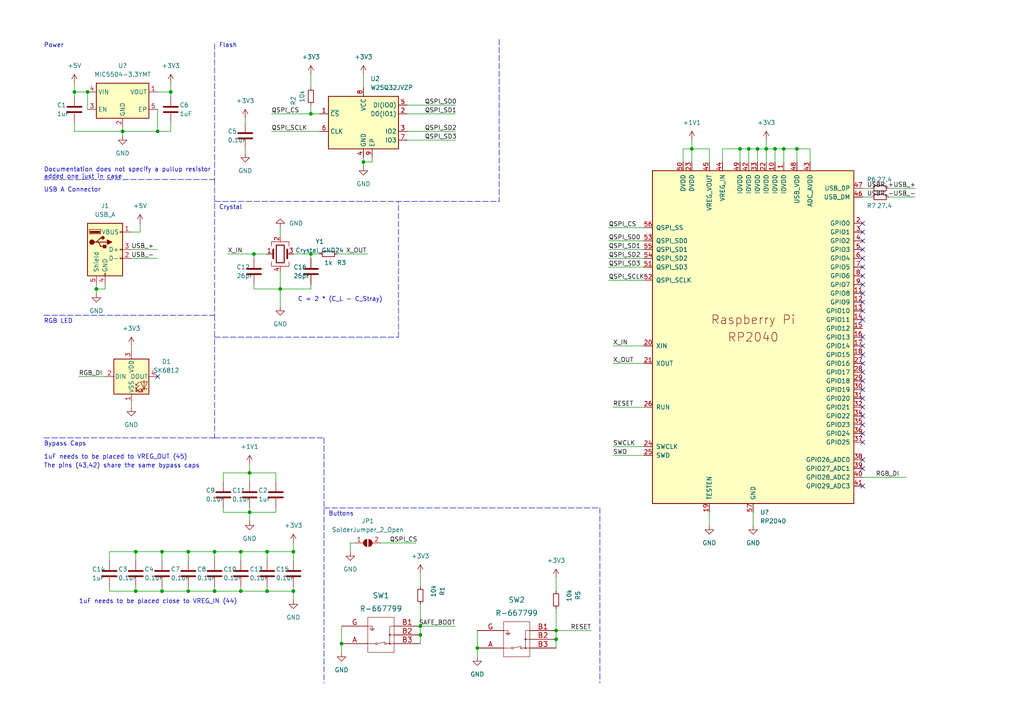
<source format=kicad_sch>
(kicad_sch (version 20211123) (generator eeschema)
  (paper "A4")
  (lib_symbols
    (symbol "2022-04-30_19-21-11:R-667799" (pin_names (offset 0.254) hide)
      (property "Reference" "SW" (at 11.43 7.62 0))
      (property "Value" "R-667799" (at 11.43 5.08 0))
      (symbol "R-667799_1_1"
        (polyline (pts (xy 7.62 -7.62) (xy 15.24 -7.62)) (stroke (width 0.127)))
        (polyline (pts (xy 7.62 0) (xy 8.89 0)) (stroke (width 0.127)))
        (polyline (pts (xy 7.62 2.54) (xy 7.62 -7.62)) (stroke (width 0.127)))
        (polyline (pts (xy 8.382 -1.016) (xy 9.398 -1.016)) (stroke (width 0.127)))
        (polyline (pts (xy 8.636 -1.27) (xy 9.144 -1.27)) (stroke (width 0.127)))
        (polyline (pts (xy 8.89 0) (xy 8.89 -0.762)) (stroke (width 0.127)))
        (polyline (pts (xy 9.652 -0.762) (xy 8.128 -0.762)) (stroke (width 0.127)))
        (polyline (pts (xy 9.906 -5.08) (xy 7.62 -5.08)) (stroke (width 0.127)))
        (polyline (pts (xy 10.414 -5.08) (xy 12.7 -4.572)) (stroke (width 0.127)))
        (polyline (pts (xy 12.954 -5.08) (xy 15.24 -5.08)) (stroke (width 0.127)))
        (polyline (pts (xy 13.97 -5.08) (xy 13.97 0)) (stroke (width 0.127)))
        (polyline (pts (xy 13.97 -2.54) (xy 15.24 -2.54)) (stroke (width 0.127)))
        (polyline (pts (xy 13.97 0) (xy 15.24 0)) (stroke (width 0.127)))
        (polyline (pts (xy 15.24 -7.62) (xy 15.24 2.54)) (stroke (width 0.127)))
        (polyline (pts (xy 15.24 2.54) (xy 7.62 2.54)) (stroke (width 0.127)))
        (arc (start 10.16 -5.334) (mid 10.16 -4.826) (end 10.16 -5.334) (stroke (width 0.127)))
        (circle (center 10.16 -5.08) (radius 0.254) (stroke (width 0.127)))
        (arc (start 12.7 -5.334) (mid 12.7 -4.826) (end 12.7 -5.334) (stroke (width 0.127)))
        (circle (center 12.7 -5.08) (radius 0.254) (stroke (width 0.127)))
        (arc (start 13.97 -5.207) (mid 13.97 -4.953) (end 13.97 -5.207) (stroke (width 0.254)))
        (circle (center 13.97 -5.08) (radius 0.127) (stroke (width 0.254)))
        (arc (start 13.97 -2.667) (mid 13.97 -2.413) (end 13.97 -2.667) (stroke (width 0.254)))
        (circle (center 13.97 -2.54) (radius 0.127) (stroke (width 0.254)))
        (pin unspecified line (at 0 -5.08 0) (length 7.62) (name "A") (number "A"))
        (pin unspecified line (at 22.86 0 180) (length 7.62) (name "B1") (number "B1"))
        (pin unspecified line (at 22.86 -2.54 180) (length 7.62) (name "B2") (number "B2"))
        (pin unspecified line (at 22.86 -5.08 180) (length 7.62) (name "B3") (number "B3"))
        (pin unspecified line (at 0 0 0) (length 7.62) (name "G") (number "G"))
      )
    )
    (symbol "Connector:USB_A" (pin_names (offset 1.016))
      (property "Reference" "J" (at -5.08 11.43 0))
      (property "Value" "USB_A" (at -5.08 8.89 0))
      (symbol "USB_A_0_1"
        (rectangle (start -5.08 -7.62) (end 5.08 7.62) (stroke (width 0.254)) (fill (type background)))
        (circle (center -3.81 2.159) (radius 0.635) (stroke (width 0.254)) (fill (type outline)))
        (rectangle (start -1.524 4.826) (end -4.318 5.334) (fill (type outline)))
        (rectangle (start -1.27 4.572) (end -4.572 5.842))
        (circle (center -0.635 3.429) (radius 0.381) (stroke (width 0.254)) (fill (type outline)))
        (rectangle (start -0.127 -7.62) (end 0.127 -6.858))
        (polyline (pts (xy -3.175 2.159) (xy -2.54 2.159) (xy -1.27 3.429) (xy -0.635 3.429)) (stroke (width 0.254)))
        (polyline (pts (xy -2.54 2.159) (xy -1.905 2.159) (xy -1.27 0.889) (xy 0 0.889)) (stroke (width 0.254)))
        (polyline (pts (xy 0.635 2.794) (xy 0.635 1.524) (xy 1.905 2.159) (xy 0.635 2.794)) (stroke (width 0.254)) (fill (type outline)))
        (rectangle (start 0.254 1.27) (end -0.508 0.508) (stroke (width 0.254)) (fill (type outline)))
        (rectangle (start 5.08 -2.667) (end 4.318 -2.413))
        (rectangle (start 5.08 -0.127) (end 4.318 0.127))
        (rectangle (start 5.08 4.953) (end 4.318 5.207))
      )
      (symbol "USB_A_1_1"
        (polyline (pts (xy -1.905 2.159) (xy 0.635 2.159)) (stroke (width 0.254)))
        (pin power_in line (at 7.62 5.08 180) (length 2.54) (name "VBUS") (number "1"))
        (pin bidirectional line (at 7.62 -2.54 180) (length 2.54) (name "D-") (number "2"))
        (pin bidirectional line (at 7.62 0 180) (length 2.54) (name "D+") (number "3"))
        (pin power_in line (at 0 -10.16 90) (length 2.54) (name "GND") (number "4"))
        (pin passive line (at -2.54 -10.16 90) (length 2.54) (name "Shield") (number "5"))
      )
    )
    (symbol "Device:C" (pin_numbers hide) (pin_names (offset 0.254))
      (property "Reference" "C" (at 0.635 2.54 0))
      (property "Value" "C" (at 0.635 -2.54 0))
      (symbol "C_0_1"
        (polyline (pts (xy -2.032 -0.762) (xy 2.032 -0.762)) (stroke (width 0.508)))
        (polyline (pts (xy -2.032 0.762) (xy 2.032 0.762)) (stroke (width 0.508)))
      )
      (symbol "C_1_1"
        (pin passive line (at 0 3.81 270) (length 2.794) (name "~") (number "1"))
        (pin passive line (at 0 -3.81 90) (length 2.794) (name "~") (number "2"))
      )
    )
    (symbol "Device:Crystal_GND24" (pin_names (offset 1.016) hide)
      (property "Reference" "Y" (at 3.175 5.08 0))
      (property "Value" "Crystal_GND24" (at 3.175 3.175 0))
      (symbol "Crystal_GND24_0_1"
        (rectangle (start -1.143 2.54) (end 1.143 -2.54) (stroke (width 0.3048)))
        (polyline (pts (xy -2.54 0) (xy -2.032 0)))
        (polyline (pts (xy -2.032 -1.27) (xy -2.032 1.27)) (stroke (width 0.508)))
        (polyline (pts (xy 0 -3.81) (xy 0 -3.556)))
        (polyline (pts (xy 0 3.556) (xy 0 3.81)))
        (polyline (pts (xy 2.032 -1.27) (xy 2.032 1.27)) (stroke (width 0.508)))
        (polyline (pts (xy 2.032 0) (xy 2.54 0)))
        (polyline (pts (xy -2.54 -2.286) (xy -2.54 -3.556) (xy 2.54 -3.556) (xy 2.54 -2.286)))
        (polyline (pts (xy -2.54 2.286) (xy -2.54 3.556) (xy 2.54 3.556) (xy 2.54 2.286)))
      )
      (symbol "Crystal_GND24_1_1"
        (pin passive line (at -3.81 0 0) (length 1.27) (name "1") (number "1"))
        (pin passive line (at 0 5.08 270) (length 1.27) (name "2") (number "2"))
        (pin passive line (at 3.81 0 180) (length 1.27) (name "3") (number "3"))
        (pin passive line (at 0 -5.08 90) (length 1.27) (name "4") (number "4"))
      )
    )
    (symbol "Device:R_Small" (pin_numbers hide) (pin_names (offset 0.254) hide)
      (property "Reference" "R" (at 0.762 0.508 0))
      (property "Value" "R_Small" (at 0.762 -1.016 0))
      (symbol "R_Small_0_1"
        (rectangle (start -0.762 1.778) (end 0.762 -1.778) (stroke (width 0.2032)))
      )
      (symbol "R_Small_1_1"
        (pin passive line (at 0 2.54 270) (length 0.762) (name "~") (number "1"))
        (pin passive line (at 0 -2.54 90) (length 0.762) (name "~") (number "2"))
      )
    )
    (symbol "Jumper:SolderJumper_2_Open" (pin_names (offset 0) hide)
      (property "Reference" "JP" (at 0 2.032 0))
      (property "Value" "SolderJumper_2_Open" (at 0 -2.54 0))
      (symbol "SolderJumper_2_Open_0_1"
        (arc (start -0.254 1.016) (mid -1.27 0) (end -0.254 -1.016))
        (arc (start -0.254 1.016) (mid -1.27 0) (end -0.254 -1.016) (fill (type outline)))
        (polyline (pts (xy -0.254 1.016) (xy -0.254 -1.016)))
        (polyline (pts (xy 0.254 1.016) (xy 0.254 -1.016)))
        (arc (start 0.254 -1.016) (mid 1.27 0) (end 0.254 1.016))
        (arc (start 0.254 -1.016) (mid 1.27 0) (end 0.254 1.016) (fill (type outline)))
      )
      (symbol "SolderJumper_2_Open_1_1"
        (pin passive line (at -3.81 0 0) (length 2.54) (name "A") (number "1"))
        (pin passive line (at 3.81 0 180) (length 2.54) (name "B") (number "2"))
      )
    )
    (symbol "LED:SK6812" (pin_names (offset 0.254))
      (property "Reference" "D" (at 5.08 5.715 0))
      (property "Value" "SK6812" (at 1.27 -5.715 0))
      (symbol "SK6812_0_0"
        (text "RGB" (at 2.286 -4.191 0) (effects (font (size 0.762 0.762))))
      )
      (symbol "SK6812_0_1"
        (polyline (pts (xy 1.27 -3.556) (xy 1.778 -3.556)))
        (polyline (pts (xy 1.27 -2.54) (xy 1.778 -2.54)))
        (polyline (pts (xy 4.699 -3.556) (xy 2.667 -3.556)))
        (polyline (pts (xy 2.286 -2.54) (xy 1.27 -3.556) (xy 1.27 -3.048)))
        (polyline (pts (xy 2.286 -1.524) (xy 1.27 -2.54) (xy 1.27 -2.032)))
        (polyline (pts (xy 3.683 -1.016) (xy 3.683 -3.556) (xy 3.683 -4.064)))
        (polyline (pts (xy 4.699 -1.524) (xy 2.667 -1.524) (xy 3.683 -3.556) (xy 4.699 -1.524)))
        (rectangle (start 5.08 5.08) (end -5.08 -5.08) (stroke (width 0.254)) (fill (type background)))
      )
      (symbol "SK6812_1_1"
        (pin power_in line (at 0 -7.62 90) (length 2.54) (name "VSS") (number "1"))
        (pin input line (at -7.62 0 0) (length 2.54) (name "DIN") (number "2"))
        (pin power_in line (at 0 7.62 270) (length 2.54) (name "VDD") (number "3"))
        (pin output line (at 7.62 0 180) (length 2.54) (name "DOUT") (number "4"))
      )
    )
    (symbol "MCU_RaspberryPi_RP2040:RP2040" (pin_names (offset 1.016))
      (property "Reference" "U" (at -29.21 49.53 0))
      (property "Value" "RP2040" (at 24.13 -49.53 0))
      (symbol "RP2040_0_0"
        (text "Raspberry Pi" (at 0 5.08 0) (effects (font (size 2.54 2.54))))
        (text "RP2040" (at 0 0 0) (effects (font (size 2.54 2.54))))
      )
      (symbol "RP2040_0_1"
        (rectangle (start 29.21 48.26) (end -29.21 -48.26) (stroke (width 0.254)) (fill (type background)))
      )
      (symbol "RP2040_1_1"
        (pin power_in line (at 8.89 50.8 270) (length 2.54) (name "IOVDD") (number "1"))
        (pin power_in line (at 6.35 50.8 270) (length 2.54) (name "IOVDD") (number "10"))
        (pin bidirectional line (at 31.75 12.7 180) (length 2.54) (name "GPIO8") (number "11"))
        (pin bidirectional line (at 31.75 10.16 180) (length 2.54) (name "GPIO9") (number "12"))
        (pin bidirectional line (at 31.75 7.62 180) (length 2.54) (name "GPIO10") (number "13"))
        (pin bidirectional line (at 31.75 5.08 180) (length 2.54) (name "GPIO11") (number "14"))
        (pin bidirectional line (at 31.75 2.54 180) (length 2.54) (name "GPIO12") (number "15"))
        (pin bidirectional line (at 31.75 0 180) (length 2.54) (name "GPIO13") (number "16"))
        (pin bidirectional line (at 31.75 -2.54 180) (length 2.54) (name "GPIO14") (number "17"))
        (pin bidirectional line (at 31.75 -5.08 180) (length 2.54) (name "GPIO15") (number "18"))
        (pin passive line (at -12.7 -50.8 90) (length 2.54) (name "TESTEN") (number "19"))
        (pin bidirectional line (at 31.75 33.02 180) (length 2.54) (name "GPIO0") (number "2"))
        (pin input line (at -31.75 -2.54 0) (length 2.54) (name "XIN") (number "20"))
        (pin passive line (at -31.75 -7.62 0) (length 2.54) (name "XOUT") (number "21"))
        (pin power_in line (at 3.81 50.8 270) (length 2.54) (name "IOVDD") (number "22"))
        (pin power_in line (at -17.78 50.8 270) (length 2.54) (name "DVDD") (number "23"))
        (pin output line (at -31.75 -31.75 0) (length 2.54) (name "SWCLK") (number "24"))
        (pin bidirectional line (at -31.75 -34.29 0) (length 2.54) (name "SWD") (number "25"))
        (pin input line (at -31.75 -20.32 0) (length 2.54) (name "RUN") (number "26"))
        (pin bidirectional line (at 31.75 -7.62 180) (length 2.54) (name "GPIO16") (number "27"))
        (pin bidirectional line (at 31.75 -10.16 180) (length 2.54) (name "GPIO17") (number "28"))
        (pin bidirectional line (at 31.75 -12.7 180) (length 2.54) (name "GPIO18") (number "29"))
        (pin bidirectional line (at 31.75 30.48 180) (length 2.54) (name "GPIO1") (number "3"))
        (pin bidirectional line (at 31.75 -15.24 180) (length 2.54) (name "GPIO19") (number "30"))
        (pin bidirectional line (at 31.75 -17.78 180) (length 2.54) (name "GPIO20") (number "31"))
        (pin bidirectional line (at 31.75 -20.32 180) (length 2.54) (name "GPIO21") (number "32"))
        (pin power_in line (at 1.27 50.8 270) (length 2.54) (name "IOVDD") (number "33"))
        (pin bidirectional line (at 31.75 -22.86 180) (length 2.54) (name "GPIO22") (number "34"))
        (pin bidirectional line (at 31.75 -25.4 180) (length 2.54) (name "GPIO23") (number "35"))
        (pin bidirectional line (at 31.75 -27.94 180) (length 2.54) (name "GPIO24") (number "36"))
        (pin bidirectional line (at 31.75 -30.48 180) (length 2.54) (name "GPIO25") (number "37"))
        (pin bidirectional line (at 31.75 -35.56 180) (length 2.54) (name "GPIO26_ADC0") (number "38"))
        (pin bidirectional line (at 31.75 -38.1 180) (length 2.54) (name "GPIO27_ADC1") (number "39"))
        (pin bidirectional line (at 31.75 27.94 180) (length 2.54) (name "GPIO2") (number "4"))
        (pin bidirectional line (at 31.75 -40.64 180) (length 2.54) (name "GPIO28_ADC2") (number "40"))
        (pin bidirectional line (at 31.75 -43.18 180) (length 2.54) (name "GPIO29_ADC3") (number "41"))
        (pin power_in line (at -1.27 50.8 270) (length 2.54) (name "IOVDD") (number "42"))
        (pin power_in line (at 16.51 50.8 270) (length 2.54) (name "ADC_AVDD") (number "43"))
        (pin power_in line (at -8.89 50.8 270) (length 2.54) (name "VREG_IN") (number "44"))
        (pin power_out line (at -12.7 50.8 270) (length 2.54) (name "VREG_VOUT") (number "45"))
        (pin bidirectional line (at 31.75 40.64 180) (length 2.54) (name "USB_DM") (number "46"))
        (pin bidirectional line (at 31.75 43.18 180) (length 2.54) (name "USB_DP") (number "47"))
        (pin power_in line (at 12.7 50.8 270) (length 2.54) (name "USB_VDD") (number "48"))
        (pin power_in line (at -3.81 50.8 270) (length 2.54) (name "IOVDD") (number "49"))
        (pin bidirectional line (at 31.75 25.4 180) (length 2.54) (name "GPIO3") (number "5"))
        (pin power_in line (at -20.32 50.8 270) (length 2.54) (name "DVDD") (number "50"))
        (pin bidirectional line (at -31.75 20.32 0) (length 2.54) (name "QSPI_SD3") (number "51"))
        (pin output line (at -31.75 16.51 0) (length 2.54) (name "QSPI_SCLK") (number "52"))
        (pin bidirectional line (at -31.75 27.94 0) (length 2.54) (name "QSPI_SD0") (number "53"))
        (pin bidirectional line (at -31.75 22.86 0) (length 2.54) (name "QSPI_SD2") (number "54"))
        (pin bidirectional line (at -31.75 25.4 0) (length 2.54) (name "QSPI_SD1") (number "55"))
        (pin bidirectional line (at -31.75 31.75 0) (length 2.54) (name "QSPI_SS") (number "56"))
        (pin power_in line (at 0 -50.8 90) (length 2.54) (name "GND") (number "57"))
        (pin bidirectional line (at 31.75 22.86 180) (length 2.54) (name "GPIO4") (number "6"))
        (pin bidirectional line (at 31.75 20.32 180) (length 2.54) (name "GPIO5") (number "7"))
        (pin bidirectional line (at 31.75 17.78 180) (length 2.54) (name "GPIO6") (number "8"))
        (pin bidirectional line (at 31.75 15.24 180) (length 2.54) (name "GPIO7") (number "9"))
      )
    )
    (symbol "MIC5504:MIC5504-3.3YMT"
      (property "Reference" "U" (at -7.62 8.89 0))
      (property "Value" "MIC5504-3.3YMT" (at -7.62 6.35 0))
      (symbol "MIC5504-3.3YMT_0_1"
        (rectangle (start -7.62 -5.08) (end 7.62 5.08) (stroke (width 0.254)) (fill (type background)))
      )
      (symbol "MIC5504-3.3YMT_1_1"
        (pin power_out line (at 10.16 2.54 180) (length 2.54) (name "VOUT") (number "1"))
        (pin power_in line (at 0 -7.62 90) (length 2.54) (name "GND") (number "2"))
        (pin input line (at -10.16 -2.54 0) (length 2.54) (name "EN") (number "3"))
        (pin power_in line (at -10.16 2.54 0) (length 2.54) (name "VIN") (number "4"))
        (pin power_out line (at 10.16 -2.54 180) (length 2.54) (name "EP") (number "5"))
      )
    )
    (symbol "Memory_Flash:W25Q32JVZP"
      (property "Reference" "U" (at -8.89 8.89 0))
      (property "Value" "W25Q32JVZP" (at 7.62 8.89 0))
      (symbol "W25Q32JVZP_0_1"
        (rectangle (start -10.16 7.62) (end 10.16 -7.62) (stroke (width 0.254)) (fill (type background)))
      )
      (symbol "W25Q32JVZP_1_1"
        (pin input line (at -12.7 2.54 0) (length 2.54) (name "~{CS}") (number "1"))
        (pin bidirectional line (at 12.7 2.54 180) (length 2.54) (name "DO(IO1)") (number "2"))
        (pin bidirectional line (at 12.7 -2.54 180) (length 2.54) (name "IO2") (number "3"))
        (pin power_in line (at 0 -10.16 90) (length 2.54) (name "GND") (number "4"))
        (pin bidirectional line (at 12.7 5.08 180) (length 2.54) (name "DI(IO0)") (number "5"))
        (pin input line (at -12.7 -2.54 0) (length 2.54) (name "CLK") (number "6"))
        (pin bidirectional line (at 12.7 -5.08 180) (length 2.54) (name "IO3") (number "7"))
        (pin power_in line (at 0 10.16 270) (length 2.54) (name "VCC") (number "8"))
        (pin passive line (at 2.54 -10.16 90) (length 2.54) (name "EP") (number "9"))
      )
    )
    (symbol "power:+1V1" (power) (pin_names (offset 0))
      (property "Value" "+1V1" (at 0 3.556 0))
      (symbol "+1V1_0_1"
        (polyline (pts (xy -0.762 1.27) (xy 0 2.54)))
        (polyline (pts (xy 0 0) (xy 0 2.54)))
        (polyline (pts (xy 0 2.54) (xy 0.762 1.27)))
      )
      (symbol "+1V1_1_1"
        (pin power_in line (at 0 0 90) (length 0) hide (name "+1V1") (number "1"))
      )
    )
    (symbol "power:+3V3" (power) (pin_names (offset 0))
      (property "Value" "+3V3" (at 0 3.556 0))
      (symbol "+3V3_0_1"
        (polyline (pts (xy -0.762 1.27) (xy 0 2.54)))
        (polyline (pts (xy 0 0) (xy 0 2.54)))
        (polyline (pts (xy 0 2.54) (xy 0.762 1.27)))
      )
      (symbol "+3V3_1_1"
        (pin power_in line (at 0 0 90) (length 0) hide (name "+3V3") (number "1"))
      )
    )
    (symbol "power:+5V" (power) (pin_names (offset 0))
      (property "Value" "+5V" (at 0 3.556 0))
      (symbol "+5V_0_1"
        (polyline (pts (xy -0.762 1.27) (xy 0 2.54)))
        (polyline (pts (xy 0 0) (xy 0 2.54)))
        (polyline (pts (xy 0 2.54) (xy 0.762 1.27)))
      )
      (symbol "+5V_1_1"
        (pin power_in line (at 0 0 90) (length 0) hide (name "+5V") (number "1"))
      )
    )
    (symbol "power:GND" (power) (pin_names (offset 0))
      (property "Value" "GND" (at 0 -3.81 0))
      (symbol "GND_0_1"
        (polyline (pts (xy 0 0) (xy 0 -1.27) (xy 1.27 -1.27) (xy 0 -2.54) (xy -1.27 -1.27) (xy 0 -1.27)))
      )
      (symbol "GND_1_1"
        (pin power_in line (at 0 0 270) (length 0) hide (name "GND") (number "1"))
      )
    )
  )
  (junction (at 62.23 160.02))
  (junction (at 72.39 137.16))
  (junction (at 62.23 171.45))
  (junction (at 77.47 160.02))
  (junction (at 81.28 83.82))
  (junction (at 35.56 38.1))
  (junction (at 90.17 73.66))
  (junction (at 54.61 160.02))
  (junction (at 54.61 171.45))
  (junction (at 227.33 43.18))
  (junction (at 39.37 160.02))
  (junction (at 27.94 83.82))
  (junction (at 77.47 171.45))
  (junction (at 105.41 46.99))
  (junction (at 214.63 43.18))
  (junction (at 90.17 33.02))
  (junction (at 73.66 73.66))
  (junction (at 72.39 148.59))
  (junction (at 161.29 185.42))
  (junction (at 200.66 43.18))
  (junction (at 224.79 43.18))
  (junction (at 46.99 160.02))
  (junction (at 161.29 182.88))
  (junction (at 45.72 38.1))
  (junction (at 85.09 171.45))
  (junction (at 85.09 160.02))
  (junction (at 39.37 171.45))
  (junction (at 25.4 26.67))
  (junction (at 49.53 26.67))
  (junction (at 222.25 43.18))
  (junction (at 138.43 187.96))
  (junction (at 69.85 160.02))
  (junction (at 99.06 186.69))
  (junction (at 121.92 181.61))
  (junction (at 46.99 171.45))
  (junction (at 21.59 26.67))
  (junction (at 121.92 184.15))
  (junction (at 231.14 43.18))
  (junction (at 219.71 43.18))
  (junction (at 69.85 171.45))
  (junction (at 217.17 43.18))
  (no_connect (at 250.19 105.41))
  (no_connect (at 250.19 87.63))
  (no_connect (at 250.19 90.17))
  (no_connect (at 250.19 64.77))
  (no_connect (at 250.19 67.31))
  (no_connect (at 250.19 69.85))
  (no_connect (at 250.19 72.39))
  (no_connect (at 250.19 74.93))
  (no_connect (at 250.19 77.47))
  (no_connect (at 250.19 80.01))
  (no_connect (at 250.19 82.55))
  (no_connect (at 250.19 85.09))
  (no_connect (at 45.72 109.22))
  (no_connect (at 250.19 118.11))
  (no_connect (at 250.19 123.19))
  (no_connect (at 250.19 125.73))
  (no_connect (at 250.19 128.27))
  (no_connect (at 250.19 133.35))
  (no_connect (at 250.19 135.89))
  (no_connect (at 250.19 140.97))
  (no_connect (at 250.19 113.03))
  (no_connect (at 250.19 115.57))
  (no_connect (at 250.19 120.65))
  (no_connect (at 250.19 92.71))
  (no_connect (at 250.19 97.79))
  (no_connect (at 250.19 100.33))
  (no_connect (at 250.19 102.87))
  (no_connect (at 250.19 110.49))
  (no_connect (at 250.19 107.95))
  (wire (pts (xy 35.56 36.83) (xy 35.56 38.1)))
  (wire (pts (xy 118.11 40.64) (xy 132.08 40.64)))
  (wire (pts (xy 250.19 54.61) (xy 252.73 54.61)))
  (wire (pts (xy 27.94 83.82) (xy 30.48 83.82)))
  (wire (pts (xy 39.37 160.02) (xy 46.99 160.02)))
  (polyline (pts (xy 62.23 58.42) (xy 144.78 58.42)))
  (wire (pts (xy 77.47 171.45) (xy 69.85 171.45)))
  (wire (pts (xy 49.53 38.1) (xy 45.72 38.1)))
  (wire (pts (xy 121.92 166.37) (xy 121.92 170.18)))
  (wire (pts (xy 38.1 116.84) (xy 38.1 118.11)))
  (polyline (pts (xy 115.57 97.79) (xy 115.57 58.42)))
  (wire (pts (xy 161.29 176.53) (xy 161.29 182.88)))
  (polyline (pts (xy 62.23 52.07) (xy 62.23 91.44)))
  (wire (pts (xy 105.41 46.99) (xy 105.41 48.26)))
  (wire (pts (xy 90.17 33.02) (xy 92.71 33.02)))
  (wire (pts (xy 49.53 26.67) (xy 49.53 27.94)))
  (wire (pts (xy 72.39 148.59) (xy 72.39 147.32)))
  (wire (pts (xy 176.53 69.85) (xy 186.69 69.85)))
  (wire (pts (xy 35.56 38.1) (xy 35.56 39.37)))
  (wire (pts (xy 85.09 171.45) (xy 85.09 173.99)))
  (wire (pts (xy 90.17 30.48) (xy 90.17 33.02)))
  (wire (pts (xy 77.47 160.02) (xy 85.09 160.02)))
  (polyline (pts (xy 93.98 147.32) (xy 173.99 147.32)))
  (wire (pts (xy 227.33 46.99) (xy 227.33 43.18)))
  (wire (pts (xy 177.8 132.08) (xy 186.69 132.08)))
  (wire (pts (xy 138.43 187.96) (xy 138.43 190.5)))
  (wire (pts (xy 73.66 83.82) (xy 81.28 83.82)))
  (wire (pts (xy 121.92 184.15) (xy 121.92 186.69)))
  (wire (pts (xy 219.71 46.99) (xy 219.71 43.18)))
  (polyline (pts (xy 12.7 52.07) (xy 62.23 52.07)))
  (wire (pts (xy 31.75 160.02) (xy 31.75 162.56)))
  (wire (pts (xy 45.72 38.1) (xy 35.56 38.1)))
  (wire (pts (xy 177.8 118.11) (xy 186.69 118.11)))
  (wire (pts (xy 85.09 157.48) (xy 85.09 160.02)))
  (wire (pts (xy 27.94 83.82) (xy 27.94 85.09)))
  (wire (pts (xy 105.41 46.99) (xy 107.95 46.99)))
  (wire (pts (xy 46.99 160.02) (xy 46.99 162.56)))
  (wire (pts (xy 209.55 43.18) (xy 214.63 43.18)))
  (wire (pts (xy 257.81 54.61) (xy 265.43 54.61)))
  (wire (pts (xy 77.47 160.02) (xy 77.47 162.56)))
  (wire (pts (xy 62.23 160.02) (xy 69.85 160.02)))
  (wire (pts (xy 218.44 148.59) (xy 218.44 152.4)))
  (polyline (pts (xy 62.23 127) (xy 93.98 127)))
  (wire (pts (xy 38.1 72.39) (xy 45.72 72.39)))
  (wire (pts (xy 45.72 31.75) (xy 45.72 38.1)))
  (wire (pts (xy 85.09 170.18) (xy 85.09 171.45)))
  (wire (pts (xy 231.14 46.99) (xy 231.14 43.18)))
  (wire (pts (xy 72.39 137.16) (xy 72.39 134.62)))
  (wire (pts (xy 97.79 73.66) (xy 106.68 73.66)))
  (wire (pts (xy 73.66 82.55) (xy 73.66 83.82)))
  (wire (pts (xy 161.29 185.42) (xy 161.29 187.96)))
  (polyline (pts (xy 62.23 46.99) (xy 62.23 52.07)))
  (wire (pts (xy 69.85 171.45) (xy 62.23 171.45)))
  (wire (pts (xy 205.74 46.99) (xy 205.74 43.18)))
  (wire (pts (xy 217.17 43.18) (xy 219.71 43.18)))
  (wire (pts (xy 85.09 171.45) (xy 77.47 171.45)))
  (wire (pts (xy 90.17 73.66) (xy 90.17 74.93)))
  (wire (pts (xy 78.74 38.1) (xy 92.71 38.1)))
  (wire (pts (xy 101.6 157.48) (xy 101.6 160.02)))
  (wire (pts (xy 118.11 38.1) (xy 132.08 38.1)))
  (wire (pts (xy 21.59 35.56) (xy 21.59 38.1)))
  (wire (pts (xy 64.77 148.59) (xy 72.39 148.59)))
  (wire (pts (xy 231.14 43.18) (xy 234.95 43.18)))
  (wire (pts (xy 39.37 171.45) (xy 31.75 171.45)))
  (wire (pts (xy 71.12 35.56) (xy 71.12 34.29)))
  (wire (pts (xy 200.66 46.99) (xy 200.66 43.18)))
  (wire (pts (xy 38.1 74.93) (xy 45.72 74.93)))
  (wire (pts (xy 99.06 181.61) (xy 99.06 186.69)))
  (wire (pts (xy 138.43 182.88) (xy 138.43 187.96)))
  (wire (pts (xy 214.63 43.18) (xy 217.17 43.18)))
  (wire (pts (xy 54.61 160.02) (xy 62.23 160.02)))
  (wire (pts (xy 46.99 171.45) (xy 54.61 171.45)))
  (wire (pts (xy 54.61 160.02) (xy 54.61 162.56)))
  (wire (pts (xy 222.25 43.18) (xy 224.79 43.18)))
  (polyline (pts (xy 144.78 11.43) (xy 144.78 58.42)))
  (wire (pts (xy 69.85 160.02) (xy 69.85 162.56)))
  (wire (pts (xy 177.8 105.41) (xy 186.69 105.41)))
  (wire (pts (xy 121.92 175.26) (xy 121.92 181.61)))
  (wire (pts (xy 90.17 83.82) (xy 90.17 82.55)))
  (wire (pts (xy 80.01 137.16) (xy 80.01 139.7)))
  (wire (pts (xy 49.53 24.13) (xy 49.53 26.67)))
  (wire (pts (xy 177.8 100.33) (xy 186.69 100.33)))
  (wire (pts (xy 64.77 139.7) (xy 64.77 137.16)))
  (wire (pts (xy 81.28 88.9) (xy 81.28 83.82)))
  (polyline (pts (xy 12.7 91.44) (xy 62.23 91.44)))
  (wire (pts (xy 81.28 83.82) (xy 81.28 78.74)))
  (wire (pts (xy 99.06 186.69) (xy 99.06 189.23)))
  (wire (pts (xy 107.95 46.99) (xy 107.95 45.72)))
  (wire (pts (xy 38.1 67.31) (xy 40.64 67.31)))
  (wire (pts (xy 118.11 30.48) (xy 132.08 30.48)))
  (wire (pts (xy 78.74 33.02) (xy 90.17 33.02)))
  (polyline (pts (xy 62.23 12.7) (xy 62.23 46.99)))
  (wire (pts (xy 64.77 137.16) (xy 72.39 137.16)))
  (wire (pts (xy 102.87 157.48) (xy 101.6 157.48)))
  (wire (pts (xy 49.53 35.56) (xy 49.53 38.1)))
  (wire (pts (xy 110.49 157.48) (xy 120.65 157.48)))
  (wire (pts (xy 69.85 170.18) (xy 69.85 171.45)))
  (wire (pts (xy 64.77 147.32) (xy 64.77 148.59)))
  (wire (pts (xy 217.17 46.99) (xy 217.17 43.18)))
  (wire (pts (xy 27.94 82.55) (xy 27.94 83.82)))
  (wire (pts (xy 176.53 81.28) (xy 186.69 81.28)))
  (wire (pts (xy 219.71 43.18) (xy 222.25 43.18)))
  (wire (pts (xy 85.09 160.02) (xy 85.09 162.56)))
  (wire (pts (xy 176.53 77.47) (xy 186.69 77.47)))
  (wire (pts (xy 161.29 182.88) (xy 171.45 182.88)))
  (wire (pts (xy 25.4 26.67) (xy 25.4 31.75)))
  (wire (pts (xy 45.72 26.67) (xy 49.53 26.67)))
  (wire (pts (xy 118.11 33.02) (xy 132.08 33.02)))
  (wire (pts (xy 72.39 137.16) (xy 72.39 139.7)))
  (wire (pts (xy 62.23 171.45) (xy 54.61 171.45)))
  (wire (pts (xy 31.75 160.02) (xy 39.37 160.02)))
  (wire (pts (xy 250.19 138.43) (xy 262.89 138.43)))
  (wire (pts (xy 205.74 43.18) (xy 200.66 43.18)))
  (wire (pts (xy 176.53 74.93) (xy 186.69 74.93)))
  (wire (pts (xy 39.37 170.18) (xy 39.37 171.45)))
  (polyline (pts (xy 173.99 147.32) (xy 173.99 198.12)))
  (wire (pts (xy 22.86 109.22) (xy 30.48 109.22)))
  (wire (pts (xy 121.92 181.61) (xy 132.08 181.61)))
  (wire (pts (xy 39.37 160.02) (xy 39.37 162.56)))
  (wire (pts (xy 46.99 171.45) (xy 39.37 171.45)))
  (wire (pts (xy 30.48 83.82) (xy 30.48 82.55)))
  (wire (pts (xy 90.17 25.4) (xy 90.17 21.59)))
  (wire (pts (xy 198.12 43.18) (xy 198.12 46.99)))
  (wire (pts (xy 73.66 74.93) (xy 73.66 73.66)))
  (wire (pts (xy 80.01 147.32) (xy 80.01 148.59)))
  (wire (pts (xy 121.92 181.61) (xy 121.92 184.15)))
  (wire (pts (xy 85.09 73.66) (xy 90.17 73.66)))
  (wire (pts (xy 62.23 160.02) (xy 62.23 162.56)))
  (polyline (pts (xy 93.98 127) (xy 93.98 198.12)))
  (wire (pts (xy 222.25 46.99) (xy 222.25 43.18)))
  (wire (pts (xy 205.74 148.59) (xy 205.74 152.4)))
  (wire (pts (xy 105.41 21.59) (xy 105.41 25.4)))
  (wire (pts (xy 257.81 57.15) (xy 265.43 57.15)))
  (wire (pts (xy 72.39 137.16) (xy 80.01 137.16)))
  (wire (pts (xy 176.53 66.04) (xy 186.69 66.04)))
  (wire (pts (xy 21.59 26.67) (xy 25.4 26.67)))
  (wire (pts (xy 21.59 27.94) (xy 21.59 26.67)))
  (wire (pts (xy 69.85 160.02) (xy 77.47 160.02)))
  (wire (pts (xy 62.23 170.18) (xy 62.23 171.45)))
  (wire (pts (xy 81.28 83.82) (xy 90.17 83.82)))
  (wire (pts (xy 21.59 24.13) (xy 21.59 26.67)))
  (wire (pts (xy 21.59 38.1) (xy 35.56 38.1)))
  (polyline (pts (xy 62.23 91.44) (xy 62.23 127)))
  (wire (pts (xy 81.28 66.04) (xy 81.28 68.58)))
  (wire (pts (xy 177.8 129.54) (xy 186.69 129.54)))
  (wire (pts (xy 224.79 43.18) (xy 227.33 43.18)))
  (wire (pts (xy 31.75 170.18) (xy 31.75 171.45)))
  (wire (pts (xy 72.39 151.13) (xy 72.39 148.59)))
  (wire (pts (xy 222.25 40.64) (xy 222.25 43.18)))
  (wire (pts (xy 200.66 40.64) (xy 200.66 43.18)))
  (polyline (pts (xy 62.23 97.79) (xy 115.57 97.79)))
  (wire (pts (xy 90.17 73.66) (xy 92.71 73.66)))
  (wire (pts (xy 46.99 171.45) (xy 46.99 170.18)))
  (wire (pts (xy 80.01 148.59) (xy 72.39 148.59)))
  (wire (pts (xy 161.29 167.64) (xy 161.29 171.45)))
  (wire (pts (xy 66.04 73.66) (xy 73.66 73.66)))
  (wire (pts (xy 224.79 46.99) (xy 224.79 43.18)))
  (wire (pts (xy 77.47 170.18) (xy 77.47 171.45)))
  (wire (pts (xy 250.19 57.15) (xy 252.73 57.15)))
  (wire (pts (xy 227.33 43.18) (xy 231.14 43.18)))
  (wire (pts (xy 176.53 72.39) (xy 186.69 72.39)))
  (wire (pts (xy 200.66 43.18) (xy 198.12 43.18)))
  (wire (pts (xy 214.63 46.99) (xy 214.63 43.18)))
  (wire (pts (xy 71.12 43.18) (xy 71.12 44.45)))
  (wire (pts (xy 73.66 73.66) (xy 77.47 73.66)))
  (wire (pts (xy 105.41 45.72) (xy 105.41 46.99)))
  (polyline (pts (xy 12.7 127) (xy 62.23 127)))
  (wire (pts (xy 40.64 67.31) (xy 40.64 64.77)))
  (wire (pts (xy 209.55 46.99) (xy 209.55 43.18)))
  (wire (pts (xy 46.99 160.02) (xy 54.61 160.02)))
  (wire (pts (xy 54.61 170.18) (xy 54.61 171.45)))
  (wire (pts (xy 38.1 101.6) (xy 38.1 100.33)))
  (wire (pts (xy 234.95 43.18) (xy 234.95 46.99)))
  (wire (pts (xy 161.29 182.88) (xy 161.29 185.42)))
  (text "Bypass Caps" (at 12.7 129.54 0) (effects (font (size 1.27 1.27)) (justify left bottom)))
  (text "Buttons" (at 95.25 149.86 0) (effects (font (size 1.27 1.27)) (justify left bottom)))
  (text "Crystal" (at 63.5 60.96 0) (effects (font (size 1.27 1.27)) (justify left bottom)))
  (text "C = 2 * (C_L - C_Stray)" (at 86.36 87.63 0) (effects (font (size 1.27 1.27)) (justify left bottom)))
  (text "1uF needs to be placed to VREG_OUT (45)" (at 12.7 133.35 0) (effects (font (size 1.27 1.27)) (justify left bottom)))
  (text "Power" (at 12.7 13.97 0) (effects (font (size 1.27 1.27)) (justify left bottom)))
  (text "1uF needs to be placed close to VREG_IN (44)" (at 22.86 175.26 0) (effects (font (size 1.27 1.27)) (justify left bottom)))
  (text "Documentation does not specify a pullup resistor\nadded one just in case" (at 12.7 52.07 0) (effects (font (size 1.27 1.27)) (justify left bottom)))
  (text "The pins (43,42) share the same bypass caps" (at 12.7 135.89 0) (effects (font (size 1.27 1.27)) (justify left bottom)))
  (text "Flash" (at 63.5 13.97 0) (effects (font (size 1.27 1.27)) (justify left bottom)))
  (text "USB A Connector" (at 12.7 55.88 0) (effects (font (size 1.27 1.27)) (justify left bottom)))
  (text "RGB LED" (at 12.7 93.98 0) (effects (font (size 1.27 1.27)) (justify left bottom)))
  (label "QSPI_SD1" (at 123.19 33.02 0))
  (label "SWCLK" (at 177.8 129.54 0))
  (label "RESET" (at 171.45 182.88 180))
  (label "USB_+" (at 38.1 72.39 0))
  (label "X_OUT" (at 100.33 73.66 0))
  (label "QSPI_CS" (at 78.74 33.02 0))
  (label "QSPI_SD1" (at 176.53 72.39 0))
  (label "SWD" (at 177.8 132.08 0))
  (label "QSPI_SD0" (at 176.53 69.85 0))
  (label "USBR_-" (at 251.46 57.15 0))
  (label "QSPI_SD2" (at 123.19 38.1 0))
  (label "QSPI_SD2" (at 176.53 74.93 0))
  (label "USB_-" (at 259.08 57.15 0))
  (label "USB_+" (at 259.08 54.61 0))
  (label "USBR_+" (at 251.46 54.61 0))
  (label "QSPI_CS" (at 176.53 66.04 0))
  (label "X_IN" (at 177.8 100.33 0))
  (label "QSPI_SD3" (at 123.19 40.64 0))
  (label "RGB_DI" (at 254 138.43 0))
  (label "RGB_DI" (at 22.86 109.22 0))
  (label "QSPI_SD0" (at 123.19 30.48 0))
  (label "QSPI_SCLK" (at 78.74 38.1 0))
  (label "X_OUT" (at 177.8 105.41 0))
  (label "X_IN" (at 66.04 73.66 0))
  (label "SAFE_BOOT" (at 132.08 181.61 180))
  (label "QSPI_SCLK" (at 176.53 81.28 0))
  (label "RESET" (at 177.8 118.11 0))
  (label "QSPI_CS" (at 113.03 157.48 0))
  (label "QSPI_SD3" (at 176.53 77.47 0))
  (label "USB_-" (at 38.1 74.93 0))
  (symbol (lib_id "power:+3V3") (at 49.53 24.13 0) (unit 1)
    (property "Reference" "#PWR0101" (effects hide))
    (property "Value" "+3V3" (at 49.53 19.05 0))
  )
  (symbol (lib_id "MIC5504:MIC5504-3.3YMT") (at 35.56 29.21 0) (unit 1)
    (property "Reference" "U?" (at 35.56 19.05 0))
    (property "Value" "MIC5504-3.3YMT" (at 35.56 21.59 0))
    (property "Footprint" "Package_DFN_QFN:UDFN-4-1EP_1x1mm_P0.65mm_EP0.48x0.48mm" (effects hide))
    (property "Datasheet" "http://ww1.microchip.com/downloads/en/DeviceDoc/MIC550X.pdf" (effects hide))
  )
  (symbol (lib_id "Device:R_Small") (at 121.92 172.72 0) (unit 1)
    (property "Reference" "R1" (at 128.27 171.45 90))
    (property "Value" "10k" (at 125.73 171.45 90))
    (property "Footprint" "Resistor_SMD:R_0402_1005Metric" (effects hide))
  )
  (symbol (lib_id "power:+1V1") (at 200.66 40.64 0) (unit 1)
    (property "Reference" "#PWR0115" (effects hide))
    (property "Value" "+1V1" (at 200.66 35.56 0))
  )
  (symbol (lib_id "power:GND") (at 35.56 39.37 0) (unit 1)
    (property "Reference" "#PWR0103" (effects hide))
    (property "Value" "GND" (at 35.56 44.45 0))
  )
  (symbol (lib_id "power:+3V3") (at 105.41 21.59 0) (unit 1)
    (property "Reference" "#PWR0104" (effects hide))
    (property "Value" "+3V3" (at 105.41 16.51 0))
  )
  (symbol (lib_id "power:GND") (at 105.41 48.26 0) (unit 1)
    (property "Reference" "#PWR0105" (effects hide))
    (property "Value" "GND" (at 105.41 53.34 0))
  )
  (symbol (lib_id "Device:R_Small") (at 95.25 73.66 90) (unit 1)
    (property "Reference" "R3" (at 99.06 76.2 90))
    (property "Value" "1k" (at 95.25 76.2 90))
    (property "Footprint" "Resistor_SMD:R_0402_1005Metric" (effects hide))
  )
  (symbol (lib_id "power:GND") (at 205.74 152.4 0) (unit 1)
    (property "Reference" "#PWR0121" (effects hide))
    (property "Value" "GND" (at 205.74 157.48 0))
  )
  (symbol (lib_id "Device:C") (at 90.17 78.74 180) (unit 1)
    (property "Reference" "C16" (at 85.09 77.47 0) (effects (justify right)))
    (property "Value" "26pF" (at 85.09 80.01 0) (effects (justify right)))
    (property "Footprint" "Capacitor_SMD:C_0402_1005Metric" (effects hide))
  )
  (symbol (lib_id "MCU_RaspberryPi_RP2040:RP2040") (at 218.44 97.79 0) (unit 1)
    (property "Reference" "U?" (at 220.4594 148.59 0) (effects (justify left)))
    (property "Value" "RP2040" (at 220.4594 151.13 0) (effects (justify left)))
    (property "Footprint" "RP2040_minimal:RP2040-QFN-56" (effects hide))
  )
  (symbol (lib_id "Device:C") (at 46.99 166.37 180) (unit 1)
    (property "Reference" "C4" (at 41.91 165.1 0) (effects (justify right)))
    (property "Value" "0.1uF" (at 41.91 167.64 0) (effects (justify right)))
    (property "Footprint" "Capacitor_SMD:C_0201_0603Metric" (effects hide))
  )
  (symbol (lib_id "Device:C") (at 54.61 166.37 180) (unit 1)
    (property "Reference" "C7" (at 49.53 165.1 0) (effects (justify right)))
    (property "Value" "0.1uF" (at 49.53 167.64 0) (effects (justify right)))
    (property "Footprint" "Capacitor_SMD:C_0201_0603Metric" (effects hide))
  )
  (symbol (lib_id "Device:C") (at 49.53 31.75 180) (unit 1)
    (property "Reference" "C6" (at 52.07 30.48 0) (effects (justify right)))
    (property "Value" "1uF" (at 52.07 33.02 0) (effects (justify right)))
    (property "Footprint" "Capacitor_SMD:C_0402_1005Metric" (effects hide))
  )
  (symbol (lib_id "Device:Crystal_GND24") (at 81.28 73.66 0) (unit 1)
    (property "Reference" "Y1" (at 92.71 70.0786 0))
    (property "Value" "Crystal_GND24" (at 92.71 72.6186 0))
    (property "Footprint" "Crystal:Crystal_SMD_2520-4Pin_2.5x2.0mm" (effects hide))
    (property "Digikey" "https://www.digikey.ca/en/products/detail/ecs-inc/ECS-120-18-36-AGM-TR/9648900" (effects hide))
  )
  (symbol (lib_id "power:GND") (at 81.28 88.9 0) (unit 1)
    (property "Reference" "#PWR0118" (effects hide))
    (property "Value" "GND" (at 81.28 93.98 0))
  )
  (symbol (lib_id "Device:C") (at 71.12 39.37 180) (unit 1)
    (property "Reference" "C5" (at 66.04 38.1 0) (effects (justify right)))
    (property "Value" "0.1uF" (at 66.04 40.64 0) (effects (justify right)))
    (property "Footprint" "Capacitor_SMD:C_0201_0603Metric" (effects hide))
  )
  (symbol (lib_id "Device:C") (at 69.85 166.37 180) (unit 1)
    (property "Reference" "C10" (at 64.77 165.1 0) (effects (justify right)))
    (property "Value" "0.1uF" (at 64.77 167.64 0) (effects (justify right)))
    (property "Footprint" "Capacitor_SMD:C_0201_0603Metric" (effects hide))
  )
  (symbol (lib_id "Device:R_Small") (at 255.27 54.61 90) (unit 1)
    (property "Reference" "R6" (at 252.73 52.07 90))
    (property "Value" "27.4" (at 256.54 52.07 90))
    (property "Footprint" "Resistor_SMD:R_0201_0603Metric" (effects hide))
  )
  (symbol (lib_id "LED:SK6812") (at 38.1 109.22 0) (unit 1)
    (property "Reference" "D1" (at 48.26 104.8893 0))
    (property "Value" "SK6812" (at 48.26 107.4293 0))
    (property "Footprint" "LED_SMD:LED_SK6812_EC15_1.5x1.5mm" (effects hide))
    (property "Datasheet" "https://cdn-shop.adafruit.com/product-files/1138/SK6812+LED+datasheet+.pdf" (effects hide))
  )
  (symbol (lib_id "power:+3V3") (at 161.29 167.64 0) (unit 1)
    (property "Reference" "#PWR0123" (effects hide))
    (property "Value" "+3V3" (at 161.29 162.56 0))
  )
  (symbol (lib_id "Device:R_Small") (at 161.29 173.99 0) (unit 1)
    (property "Reference" "R5" (at 167.64 172.72 90))
    (property "Value" "10k" (at 165.1 172.72 90))
    (property "Footprint" "Resistor_SMD:R_0402_1005Metric" (effects hide))
  )
  (symbol (lib_id "power:GND") (at 85.09 173.99 0) (unit 1)
    (property "Reference" "#PWR0112" (effects hide))
    (property "Value" "GND" (at 85.09 179.07 0))
  )
  (symbol (lib_id "Memory_Flash:W25Q32JVZP") (at 105.41 35.56 0) (unit 1)
    (property "Reference" "U2" (at 107.4294 22.86 0) (effects (justify left)))
    (property "Value" "W25Q32JVZP" (at 107.4294 25.4 0) (effects (justify left)))
    (property "Footprint" "Package_SON:WSON-8-1EP_6x5mm_P1.27mm_EP3.4x4.3mm" (effects hide))
    (property "Datasheet" "http://www.winbond.com/resource-files/w25q32jv%20revg%2003272018%20plus.pdf" (effects hide))
  )
  (symbol (lib_id "Device:C") (at 31.75 166.37 180) (unit 1)
    (property "Reference" "C14" (at 26.67 165.1 0) (effects (justify right)))
    (property "Value" "1uF" (at 26.67 167.64 0) (effects (justify right)))
    (property "Footprint" "Capacitor_SMD:C_0402_1005Metric" (effects hide))
  )
  (symbol (lib_id "power:+3V3") (at 222.25 40.64 0) (unit 1)
    (property "Reference" "#PWR0116" (effects hide))
    (property "Value" "+3V3" (at 222.25 35.56 0))
  )
  (symbol (lib_id "power:+1V1") (at 72.39 134.62 0) (unit 1)
    (property "Reference" "#PWR0114" (effects hide))
    (property "Value" "+1V1" (at 72.39 129.54 0))
  )
  (symbol (lib_id "Device:C") (at 64.77 143.51 180) (unit 1)
    (property "Reference" "C9" (at 59.69 142.24 0) (effects (justify right)))
    (property "Value" "0.1uF" (at 59.69 144.78 0) (effects (justify right)))
    (property "Footprint" "Capacitor_SMD:C_0201_0603Metric" (effects hide))
  )
  (symbol (lib_id "power:+3V3") (at 90.17 21.59 0) (unit 1)
    (property "Reference" "#PWR0106" (effects hide))
    (property "Value" "+3V3" (at 90.17 16.51 0))
  )
  (symbol (lib_id "Device:C") (at 21.59 31.75 180) (unit 1)
    (property "Reference" "C1" (at 16.51 30.48 0) (effects (justify right)))
    (property "Value" "1uF" (at 16.51 33.02 0) (effects (justify right)))
    (property "Footprint" "Capacitor_SMD:C_0402_1005Metric" (effects hide))
  )
  (symbol (lib_id "Jumper:SolderJumper_2_Open") (at 106.68 157.48 0) (unit 1)
    (property "Reference" "JP1" (at 106.68 151.13 0))
    (property "Value" "SolderJumper_2_Open" (at 106.68 153.67 0))
    (property "Footprint" "Jumper:SolderJumper-2_P1.3mm_Open_RoundedPad1.0x1.5mm" (effects hide))
  )
  (symbol (lib_id "Device:C") (at 85.09 166.37 180) (unit 1)
    (property "Reference" "C15" (at 80.01 165.1 0) (effects (justify right)))
    (property "Value" "0.1uF" (at 80.01 167.64 0) (effects (justify right)))
    (property "Footprint" "Capacitor_SMD:C_0201_0603Metric" (effects hide))
  )
  (symbol (lib_id "2022-04-30_19-21-11:R-667799") (at 138.43 182.88 0) (unit 1)
    (property "Reference" "SW2" (at 149.86 173.99 0) (effects (font (size 1.524 1.524))))
    (property "Value" "R-667799" (at 149.86 177.8 0) (effects (font (size 1.524 1.524))))
    (property "Footprint" "R-WHATEVER:R-667799" (effects hide))
  )
  (symbol (lib_id "power:GND") (at 101.6 160.02 0) (unit 1)
    (property "Reference" "#PWR0124" (effects hide))
    (property "Value" "GND" (at 101.6 165.1 0))
  )
  (symbol (lib_id "power:GND") (at 218.44 152.4 0) (unit 1)
    (property "Reference" "#PWR0122" (effects hide))
    (property "Value" "GND" (at 218.44 157.48 0))
  )
  (symbol (lib_id "2022-04-30_19-21-11:R-667799") (at 99.06 181.61 0) (unit 1)
    (property "Reference" "SW1" (at 110.49 172.72 0) (effects (font (size 1.524 1.524))))
    (property "Value" "R-667799" (at 110.49 176.53 0) (effects (font (size 1.524 1.524))))
    (property "Footprint" "R-WHATEVER:R-667799" (effects hide))
  )
  (symbol (lib_id "power:GND") (at 72.39 151.13 0) (unit 1)
    (property "Reference" "#PWR0113" (effects hide))
    (property "Value" "GND" (at 72.39 156.21 0))
  )
  (symbol (lib_id "power:GND") (at 71.12 44.45 0) (unit 1)
    (property "Reference" "#PWR0119" (effects hide))
    (property "Value" "GND" (at 71.12 49.53 0))
  )
  (symbol (lib_id "power:+3V3") (at 71.12 34.29 0) (unit 1)
    (property "Reference" "#PWR0126" (effects hide))
    (property "Value" "+3V3" (at 71.12 29.21 0))
  )
  (symbol (lib_id "power:+3V3") (at 38.1 100.33 0) (unit 1)
    (property "Reference" "#PWR0108" (effects hide))
    (property "Value" "+3V3" (at 38.1 95.25 0))
  )
  (symbol (lib_id "power:+5V") (at 21.59 24.13 0) (unit 1)
    (property "Reference" "#PWR0102" (effects hide))
    (property "Value" "+5V" (at 21.59 19.05 0))
  )
  (symbol (lib_id "power:GND") (at 38.1 118.11 0) (unit 1)
    (property "Reference" "#PWR0110" (effects hide))
    (property "Value" "GND" (at 38.1 123.19 0))
  )
  (symbol (lib_id "Device:C") (at 80.01 143.51 180) (unit 1)
    (property "Reference" "C2" (at 74.93 142.24 0) (effects (justify right)))
    (property "Value" "1uF" (at 74.93 144.78 0) (effects (justify right)))
    (property "Footprint" "Capacitor_SMD:C_0402_1005Metric" (effects hide))
  )
  (symbol (lib_id "Device:C") (at 73.66 78.74 180) (unit 1)
    (property "Reference" "C12" (at 68.58 77.47 0) (effects (justify right)))
    (property "Value" "26pF" (at 68.58 80.01 0) (effects (justify right)))
    (property "Footprint" "Capacitor_SMD:C_0402_1005Metric" (effects hide))
  )
  (symbol (lib_id "Device:R_Small") (at 90.17 27.94 180) (unit 1)
    (property "Reference" "R2" (at 85.09 29.21 90))
    (property "Value" "10k" (at 87.63 27.94 90))
    (property "Footprint" "Resistor_SMD:R_0402_1005Metric" (effects hide))
  )
  (symbol (lib_id "power:GND") (at 138.43 190.5 0) (unit 1)
    (property "Reference" "#PWR0125" (effects hide))
    (property "Value" "GND" (at 138.43 195.58 0))
  )
  (symbol (lib_id "Device:R_Small") (at 255.27 57.15 90) (unit 1)
    (property "Reference" "R7" (at 252.73 59.69 90))
    (property "Value" "27.4" (at 256.54 59.69 90))
    (property "Footprint" "Resistor_SMD:R_0201_0603Metric" (effects hide))
  )
  (symbol (lib_id "power:GND") (at 99.06 189.23 0) (unit 1)
    (property "Reference" "#PWR0120" (effects hide))
    (property "Value" "GND" (at 99.06 194.31 0))
  )
  (symbol (lib_id "power:+3V3") (at 85.09 157.48 0) (unit 1)
    (property "Reference" "#PWR0111" (effects hide))
    (property "Value" "+3V3" (at 85.09 152.4 0))
  )
  (symbol (lib_id "power:GND") (at 27.94 85.09 0) (unit 1)
    (property "Reference" "#PWR0107" (effects hide))
    (property "Value" "GND" (at 27.94 90.17 0))
  )
  (symbol (lib_id "Device:C") (at 72.39 143.51 180) (unit 1)
    (property "Reference" "C11" (at 67.31 142.24 0) (effects (justify right)))
    (property "Value" "0.1uF" (at 67.31 144.78 0) (effects (justify right)))
    (property "Footprint" "Capacitor_SMD:C_0201_0603Metric" (effects hide))
  )
  (symbol (lib_id "power:+3V3") (at 121.92 166.37 0) (unit 1)
    (property "Reference" "#PWR0127" (effects hide))
    (property "Value" "+3V3" (at 121.92 161.29 0))
  )
  (symbol (lib_id "Device:C") (at 62.23 166.37 180) (unit 1)
    (property "Reference" "C8" (at 57.15 165.1 0) (effects (justify right)))
    (property "Value" "0.1uF" (at 57.15 167.64 0) (effects (justify right)))
    (property "Footprint" "Capacitor_SMD:C_0201_0603Metric" (effects hide))
  )
  (symbol (lib_id "power:GND") (at 81.28 66.04 180) (unit 1)
    (property "Reference" "#PWR0117" (effects hide))
    (property "Value" "GND" (at 83.82 64.7699 0) (effects (justify right)))
  )
  (symbol (lib_id "Device:C") (at 77.47 166.37 180) (unit 1)
    (property "Reference" "C13" (at 72.39 165.1 0) (effects (justify right)))
    (property "Value" "0.1uF" (at 72.39 167.64 0) (effects (justify right)))
    (property "Footprint" "Capacitor_SMD:C_0201_0603Metric" (effects hide))
  )
  (symbol (lib_id "Connector:USB_A") (at 30.48 72.39 0) (unit 1)
    (property "Reference" "J1" (at 30.48 59.69 0))
    (property "Value" "USB_A" (at 30.48 62.23 0))
    (property "Footprint" "Connector_USB:USB_A_CNCTech_1001-011-01101_Horizontal" (effects hide))
    (property "Datasheet" " ~" (effects hide))
    (property "Digikey" "https://www.digikey.ca/en/products/detail/cnc-tech/1001-011-01101-TR/11312479" (effects hide))
  )
  (symbol (lib_id "power:+5V") (at 40.64 64.77 0) (unit 1)
    (property "Reference" "#PWR0109" (effects hide))
    (property "Value" "+5V" (at 40.64 59.69 0))
  )
  (symbol (lib_id "Device:C") (at 39.37 166.37 180) (unit 1)
    (property "Reference" "C3" (at 34.29 165.1 0) (effects (justify right)))
    (property "Value" "0.1uF" (at 34.29 167.64 0) (effects (justify right)))
    (property "Footprint" "Capacitor_SMD:C_0201_0603Metric" (effects hide))
  )
)
</source>
